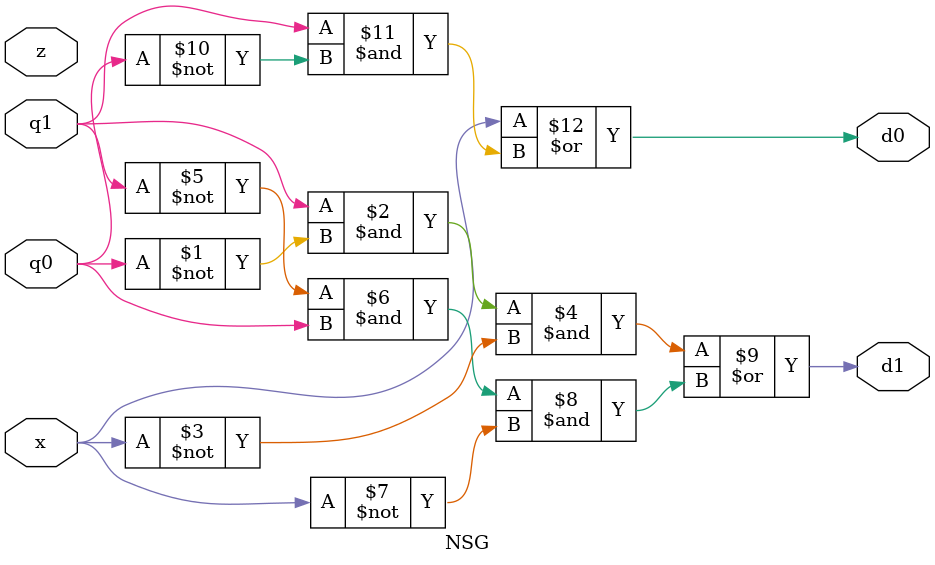
<source format=v>
module NSG(
input q1,q0,x,z,
output d1, d0
);

assign d1 = (q1 & ~q0 & ~x) | (~q1 & q0 & ~x);
assign d0 = x | (q1 & ~q0);

endmodule

</source>
